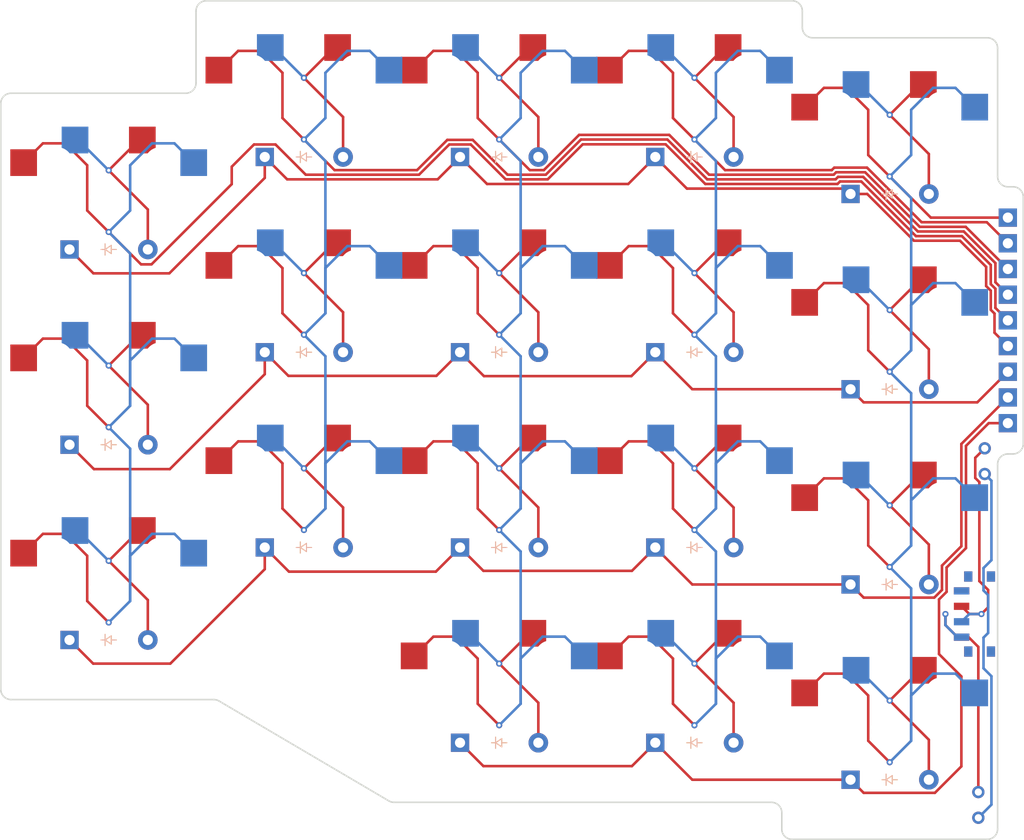
<source format=kicad_pcb>
(kicad_pcb (version 20221018) (generator pcbnew)
  (title_block (title "pcb") (rev "v1.0.0") (company "Unknown"))
  (layers (0 "F.Cu" signal) (31 "B.Cu" signal) (34 "B.Paste" user) (35 "F.Paste" user) (36 "B.SilkS" user "B.Silkscreen") (37 "F.SilkS" user "F.Silkscreen") (38 "B.Mask" user) (39 "F.Mask" user) (44 "Edge.Cuts" user))
  (net 0 "")
  (net 1 "inner_col_pinky")
  (net 2 "col_pinky")
  (net 3 "home_col_pinky")
  (net 4 "outer_col_pinky")
  (net 5 "inner_col_ring")
  (net 6 "col_ring")
  (net 7 "home_col_ring")
  (net 8 "outer_col_ring")
  (net 9 "thumb_col_middle")
  (net 10 "col_middle")
  (net 11 "inner_col_middle")
  (net 12 "home_col_middle")
  (net 13 "outer_col_middle")
  (net 14 "thumb_col_index")
  (net 15 "col_index")
  (net 16 "inner_col_index")
  (net 17 "home_col_index")
  (net 18 "outer_col_index")
  (net 19 "thumb_col_far")
  (net 20 "col_far")
  (net 21 "inner_col_far")
  (net 22 "home_col_far")
  (net 23 "outer_col_far")
  (net 24 "row_inner")
  (net 25 "row_home")
  (net 26 "row_outer")
  (net 27 "row_thumb")
  (net 28 "POS")
  (net 29 "RAW")
  (net 30 "GND")
  (footprint "lib:bat" (layer "F.Cu") (at 84.625 3.1)
    (fp_text reference "")
    (fp_text value "")
  )
  (footprint "PG1350" (layer "F.Cu") (at 76 -24.4)
    (fp_text reference "S16" hide)
    (fp_text value "" hide)
  )
  (footprint "THT" (layer "F.Cu") (at 87.5 -42.9)
    (fp_text reference "REF**" hide)
    (fp_text value "VIA-0.6mm" hide)
  )
  (footprint "PG1350" (layer "F.Cu") (at 0 -38)
    (fp_text reference "S2" hide)
    (fp_text value "" hide)
  )
  (footprint "PG1350" (layer "F.Cu") (at 57 -9)
    (fp_text reference "S11" hide)
    (fp_text value "" hide)
  )
  (footprint "ComboDiode" (layer "F.Cu") (at 19 -42.3)
    (fp_text reference "D5" hide)
    (fp_text value "" hide)
  )
  (footprint "VIA-0.6mm" (layer "F.Cu") (at 0 -22)
    (fp_text reference "REF**" hide)
    (fp_text value "VIA-0.6mm" hide)
  )
  (footprint "PG1350" (layer "F.Cu") (at 57 -28)
    (fp_text reference "S12" hide)
    (fp_text value "" hide)
  )
  (footprint "VIA-0.6mm" (layer "F.Cu") (at 0 -35)
    (fp_text reference "REF**" hide)
    (fp_text value "VIA-0.6mm" hide)
  )
  (footprint "VIA-0.6mm" (layer "F.Cu") (at 19 -50)
    (fp_text reference "REF**" hide)
    (fp_text value "VIA-0.6mm" hide)
  )
  (footprint "PG1350" (layer "F.Cu") (at 19 -28)
    (fp_text reference "S4" hide)
    (fp_text value "" hide)
  )
  (footprint "PG1350" (layer "F.Cu") (at 76 -43.4)
    (fp_text reference "S17" hide)
    (fp_text value "" hide)
  )
  (footprint "ComboDiode" (layer "F.Cu") (at 38 -4.3)
    (fp_text reference "D7" hide)
    (fp_text value "" hide)
  )
  (footprint "VIA-0.6mm" (layer "F.Cu") (at 38 -69)
    (fp_text reference "REF**" hide)
    (fp_text value "VIA-0.6mm" hide)
  )
  (footprint "THT" (layer "F.Cu") (at 87.5 -50.4)
    (fp_text reference "REF**" hide)
    (fp_text value "VIA-0.6mm" hide)
  )
  (footprint "ComboDiode" (layer "F.Cu") (at 38 -61.3)
    (fp_text reference "D10" hide)
    (fp_text value "" hide)
  )
  (footprint "VIA-0.6mm" (layer "F.Cu") (at 19 -25)
    (fp_text reference "REF**" hide)
    (fp_text value "VIA-0.6mm" hide)
  )
  (footprint "VIA-0.6mm" (layer "F.Cu") (at 57 -12)
    (fp_text reference "REF**" hide)
    (fp_text value "VIA-0.6mm" hide)
  )
  (footprint "VIA-0.6mm" (layer "F.Cu") (at 38 -31)
    (fp_text reference "REF**" hide)
    (fp_text value "VIA-0.6mm" hide)
  )
  (footprint "VIA-0.6mm" (layer "F.Cu") (at 76 -46.4)
    (fp_text reference "REF**" hide)
    (fp_text value "VIA-0.6mm" hide)
  )
  (footprint "PG1350" (layer "F.Cu") (at 57 -66)
    (fp_text reference "S14" hide)
    (fp_text value "" hide)
  )
  (footprint "ComboDiode" (layer "F.Cu") (at 0 -52.3)
    (fp_text reference "D3" hide)
    (fp_text value "" hide)
  )
  (footprint "VIA-0.6mm" (layer "F.Cu") (at 19 -63)
    (fp_text reference "REF**" hide)
    (fp_text value "VIA-0.6mm" hide)
  )
  (footprint "VIA-0.6mm" (layer "F.Cu") (at 19 -69)
    (fp_text reference "REF**" hide)
    (fp_text value "VIA-0.6mm" hide)
  )
  (footprint "ComboDiode" (layer "F.Cu") (at 38 -42.3)
    (fp_text reference "D9" hide)
    (fp_text value "" hide)
  )
  (footprint "VIA-0.6mm" (layer "F.Cu") (at 19 -44)
    (fp_text reference "REF**" hide)
    (fp_text value "VIA-0.6mm" hide)
  )
  (footprint "ComboDiode" (layer "F.Cu") (at 76 -57.7)
    (fp_text reference "D18" hide)
    (fp_text value "" hide)
  )
  (footprint "ComboDiode" (layer "F.Cu") (at 38 -23.3)
    (fp_text reference "D8" hide)
    (fp_text value "" hide)
  )
  (footprint "ComboDiode" (layer "F.Cu") (at 57 -42.3)
    (fp_text reference "D13" hide)
    (fp_text value "" hide)
  )
  (footprint "VIA-0.6mm" (layer "F.Cu") (at 57 -69)
    (fp_text reference "REF**" hide)
    (fp_text value "VIA-0.6mm" hide)
  )
  (footprint "VIA-0.6mm" (layer "F.Cu") (at 0 -16)
    (fp_text reference "REF**" hide)
    (fp_text value "VIA-0.6mm" hide)
  )
  (footprint "PG1350" (layer "F.Cu") (at 38 -28)
    (fp_text reference "S8" hide)
    (fp_text value "" hide)
  )
  (footprint "THT" (layer "F.Cu") (at 87.5 -52.9)
    (fp_text reference "REF**" hide)
    (fp_text value "VIA-0.6mm" hide)
  )
  (footprint "VIA-0.6mm" (layer "F.Cu") (at 76 -59.4)
    (fp_text reference "REF**" hide)
    (fp_text value "VIA-0.6mm" hide)
  )
  (footprint "THT" (layer "F.Cu") (at 87.5 -35.4)
    (fp_text reference "REF**" hide)
    (fp_text value "VIA-0.6mm" hide)
  )
  (footprint "PG1350" (layer "F.Cu") (at 19 -47)
    (fp_text reference "S5" hide)
    (fp_text value "" hide)
  )
  (footprint "VIA-0.6mm" (layer "F.Cu") (at 76 -8.4)
    (fp_text reference "REF**" hide)
    (fp_text value "VIA-0.6mm" hide)
  )
  (footprint "PG1350" (layer "F.Cu") (at 38 -66)
    (fp_text reference "S10" hide)
    (fp_text value "" hide)
  )
  (footprint "THT" (layer "F.Cu") (at 87.5 -45.4)
    (fp_text reference "REF**" hide)
    (fp_text value "VIA-0.6mm" hide)
  )
  (footprint "PG1350" (layer "F.Cu") (at 0 -19)
    (fp_text reference "S1" hide)
    (fp_text value "" hide)
  )
  (footprint "VIA-0.6mm" (layer "F.Cu") (at 0 -54)
    (fp_text reference "REF**" hide)
    (fp_text value "VIA-0.6mm" hide)
  )
  (footprint "VIA-0.6mm" (layer "F.Cu") (at 38 -50)
    (fp_text reference "REF**" hide)
    (fp_text value "VIA-0.6mm" hide)
  )
  (footprint "VIA-0.6mm" (layer "F.Cu") (at 76 -40.4)
    (fp_text reference "REF**" hide)
    (fp_text value "VIA-0.6mm" hide)
  )
  (footprint "VIA-0.6mm" (layer "F.Cu") (at 76 -21.4)
    (fp_text reference "REF**" hide)
    (fp_text value "VIA-0.6mm" hide)
  )
  (footprint "THT" (layer "F.Cu") (at 87.5 -37.9)
    (fp_text reference "REF**" hide)
    (fp_text value "VIA-0.6mm" hide)
  )
  (footprint "THT" (layer "F.Cu") (at 87.5 -47.9)
    (fp_text reference "REF**" hide)
    (fp_text value "VIA-0.6mm" hide)
  )
  (footprint "VIA-0.6mm" (layer "F.Cu") (at 38 -25)
    (fp_text reference "REF**" hide)
    (fp_text value "VIA-0.6mm" hide)
  )
  (footprint "VIA-0.6mm" (layer "F.Cu") (at 57 -6)
    (fp_text reference "REF**" hide)
    (fp_text value "VIA-0.6mm" hide)
  )
  (footprint "VIA-0.6mm" (layer "F.Cu") (at 0 -60)
    (fp_text reference "REF**" hide)
    (fp_text value "VIA-0.6mm" hide)
  )
  (footprint "VIA-0.6mm" (layer "F.Cu") (at 38 -6)
    (fp_text reference "REF**" hide)
    (fp_text value "VIA-0.6mm" hide)
  )
  (footprint "VIA-0.6mm" (layer "F.Cu") (at 38 -63)
    (fp_text reference "REF**" hide)
    (fp_text value "VIA-0.6mm" hide)
  )
  (footprint "THT" (layer "F.Cu") (at 87.5 -40.4)
    (fp_text reference "REF**" hide)
    (fp_text value "VIA-0.6mm" hide)
  )
  (footprint "PG1350" (layer "F.Cu") (at 57 -47)
    (fp_text reference "S13" hide)
    (fp_text value "" hide)
  )
  (footprint "PG1350" (layer "F.Cu") (at 76 -62.4)
    (fp_text reference "S18" hide)
    (fp_text value "" hide)
  )
  (footprint "VIA-0.6mm" (layer "F.Cu") (at 76 -2.4)
    (fp_text reference "REF**" hide)
    (fp_text value "VIA-0.6mm" hide)
  )
  (footprint "ComboDiode" (layer "F.Cu") (at 57 -61.3)
    (fp_text reference "D14" hide)
    (fp_text value "" hide)
  )
  (footprint "VIA-0.6mm" (layer "F.Cu") (at 76 -65.4)
    (fp_text reference "REF**" hide)
    (fp_text value "VIA-0.6mm" hide)
  )
  (footprint "PG1350" (layer "F.Cu") (at 38 -47)
    (fp_text reference "S9" hide)
    (fp_text value "" hide)
  )
  (footprint "VIA-0.6mm" (layer "F.Cu") (at 76 -27.4)
    (fp_text reference "REF**" hide)
    (fp_text value "VIA-0.6mm" hide)
  )
  (footprint "PG1350" (layer "F.Cu") (at 76 -5.4)
    (fp_text reference "S15" hide)
    (fp_text value "" hide)
  )
  (footprint "VIA-0.6mm" (layer "F.Cu") (at 38 -44)
    (fp_text reference "REF**" hide)
    (fp_text value "VIA-0.6mm" hide)
  )
  (footprint "ComboDiode" (layer "F.Cu") (at 76 -19.7)
    (fp_text reference "D16" hide)
    (fp_text value "" hide)
  )
  (footprint "ComboDiode" (layer "F.Cu") (at 19 -23.3)
    (fp_text reference "D4" hide)
    (fp_text value "" hide)
  )
  (footprint "PG1350" (layer "F.Cu") (at 19 -66)
    (fp_text reference "S6" hide)
    (fp_text value "" hide)
  )
  (footprint "THT" (layer "F.Cu") (at 87.5 -55.4)
    (fp_text reference "REF**" hide)
    (fp_text value "VIA-0.6mm" hide)
  )
  (footprint "ComboDiode" (layer "F.Cu") (at 57 -23.3)
    (fp_text reference "D12" hide)
    (fp_text value "" hide)
  )
  (footprint "VIA-0.6mm" (layer "F.Cu") (at 19 -31)
    (fp_text reference "REF**" hide)
    (fp_text value "VIA-0.6mm" hide)
  )
  (footprint "ComboDiode" (layer "F.Cu") (at 76 -0.7)
    (fp_text reference "D15" hide)
    (fp_text value "" hide)
  )
  (footprint "VIA-0.6mm" (layer "F.Cu") (at 38 -12)
    (fp_text reference "REF**" hide)
    (fp_text value "VIA-0.6mm" hide)
  )
  (footprint "ComboDiode" (layer "F.Cu") (at 76 -38.7)
    (fp_text reference "D17" hide)
    (fp_text value "" hide)
  )
  (footprint "ComboDiode" (layer "F.Cu") (at 0 -33.3)
    (fp_text reference "D2" hide)
    (fp_text value "" hide)
  )
  (footprint "Button_Switch_SMD:SW_SPDT_PCM12" (layer "F.Cu") (at 84.425 -16.825 90)
    (fp_text reference "")
    (fp_text value "")
  )
  (footprint "VIA-0.6mm" (layer "F.Cu") (at 57 -44)
    (fp_text reference "REF**" hide)
    (fp_text value "VIA-0.6mm" hide)
  )
  (footprint "PG1350" (layer "F.Cu") (at 0 -57)
    (fp_text reference "S3" hide)
    (fp_text value "" hide)
  )
  (footprint "lib:bat" (layer "F.Cu") (at 85.25 -30.925)
    (fp_text reference "")
    (fp_text value "")
  )
  (footprint "VIA-0.6mm" (layer "F.Cu") (at 57 -25)
    (fp_text reference "REF**" hide)
    (fp_text value "VIA-0.6mm" hide)
  )
  (footprint "VIA-0.6mm" (layer "F.Cu") (at 57 -63)
    (fp_text reference "REF**" hide)
    (fp_text value "VIA-0.6mm" hide)
  )
  (footprint "VIA-0.6mm" (layer "F.Cu") (at 57 -50)
    (fp_text reference "REF**" hide)
    (fp_text value "VIA-0.6mm" hide)
  )
  (footprint "VIA-0.6mm" (layer "F.Cu") (at 0 -41)
    (fp_text reference "REF**" hide)
    (fp_text value "VIA-0.6mm" hide)
  )
  (footprint "VIA-0.6mm" (layer "F.Cu") (at 57 -31)
    (fp_text reference "REF**" hide)
    (fp_text value "VIA-0.6mm" hide)
  )
  (footprint "ComboDiode" (layer "F.Cu") (at 57 -4.3)
    (fp_text reference "D11" hide)
    (fp_text value "" hide)
  )
  (footprint "PG1350" (layer "F.Cu") (at 38 -9)
    (fp_text reference "S7" hide)
    (fp_text value "" hide)
  )
  (footprint "ComboDiode" (layer "F.Cu") (at 19 -61.3)
    (fp_text reference "D6" hide)
    (fp_text value "" hide)
  )
  (footprint "ComboDiode" (layer "F.Cu") (at 0 -14.3)
    (fp_text reference "D1" hide)
    (fp_text value "" hide)
  )
  (gr_arc (start 27.772308 1.5) (mid 27.509567 1.464866) (end 27.265288 1.361934) (stroke (width 0.15)) (layer "Edge.Cuts"))
  (gr_line (start 67.5 -75.5) (end 67.5 -73.9) (stroke (width 0.15)) (layer "Edge.Cuts"))
  (gr_line (start 66.5 5.1) (end 85.5 5.1) (stroke (width 0.15)) (layer "Edge.Cuts"))
  (gr_arc (start 87.5 -58.4) (mid 86.792893 -58.692893) (end 86.5 -59.4) (stroke (width 0.15)) (layer "Edge.Cuts"))
  (gr_line (start 87.5 -58.4) (end 88 -58.4) (stroke (width 0.15)) (layer "Edge.Cuts"))
  (gr_line (start 68.5 -72.9) (end 85.5 -72.9) (stroke (width 0.15)) (layer "Edge.Cuts"))
  (gr_arc (start 85.5 -72.9) (mid 86.207107 -72.607107) (end 86.5 -71.9) (stroke (width 0.15)) (layer "Edge.Cuts"))
  (gr_line (start -10.5 -9.5) (end -10.5 -66.5) (stroke (width 0.15)) (layer "Edge.Cuts"))
  (gr_arc (start 68.5 -72.9) (mid 67.792893 -73.192893) (end 67.5 -73.9) (stroke (width 0.15)) (layer "Edge.Cuts"))
  (gr_line (start 65.5 4.1) (end 65.5 2.5) (stroke (width 0.15)) (layer "Edge.Cuts"))
  (gr_arc (start 86.5 4.1) (mid 86.207107 4.807107) (end 85.5 5.1) (stroke (width 0.15)) (layer "Edge.Cuts"))
  (gr_line (start 89 -57.4) (end 89 -33.4) (stroke (width 0.15)) (layer "Edge.Cuts"))
  (gr_arc (start 10.227692 -8.5) (mid 10.490433 -8.464866) (end 10.734712 -8.361934) (stroke (width 0.15)) (layer "Edge.Cuts"))
  (gr_arc (start 66.5 -76.5) (mid 67.207107 -76.207107) (end 67.5 -75.5) (stroke (width 0.15)) (layer "Edge.Cuts"))
  (gr_line (start 88 -32.4) (end 87.5 -32.4) (stroke (width 0.15)) (layer "Edge.Cuts"))
  (gr_line (start 86.5 -59.4) (end 86.5 -71.9) (stroke (width 0.15)) (layer "Edge.Cuts"))
  (gr_arc (start 88 -58.4) (mid 88.707107 -58.107107) (end 89 -57.4) (stroke (width 0.15)) (layer "Edge.Cuts"))
  (gr_arc (start -9.5 -8.5) (mid -10.207107 -8.792893) (end -10.5 -9.5) (stroke (width 0.15)) (layer "Edge.Cuts"))
  (gr_line (start 27.265288 1.361934) (end 10.734712 -8.361934) (stroke (width 0.15)) (layer "Edge.Cuts"))
  (gr_line (start -9.5 -67.5) (end 7.5 -67.5) (stroke (width 0.15)) (layer "Edge.Cuts"))
  (gr_line (start 27.772308 1.5) (end 64.5 1.5) (stroke (width 0.15)) (layer "Edge.Cuts"))
  (gr_arc (start 86.5 -31.4) (mid 86.792893 -32.107107) (end 87.5 -32.4) (stroke (width 0.15)) (layer "Edge.Cuts"))
  (gr_line (start -9.5 -8.5) (end 10.227692 -8.5) (stroke (width 0.15)) (layer "Edge.Cuts"))
  (gr_line (start 86.5 4.1) (end 86.5 -31.4) (stroke (width 0.15)) (layer "Edge.Cuts"))
  (gr_arc (start 8.5 -68.5) (mid 8.207107 -67.792893) (end 7.5 -67.5) (stroke (width 0.15)) (layer "Edge.Cuts"))
  (gr_arc (start 89 -33.4) (mid 88.707107 -32.692893) (end 88 -32.4) (stroke (width 0.15)) (layer "Edge.Cuts"))
  (gr_line (start 9.5 -76.5) (end 66.5 -76.5) (stroke (width 0.15)) (layer "Edge.Cuts"))
  (gr_arc (start 64.5 1.5) (mid 65.207107 1.792893) (end 65.5 2.5) (stroke (width 0.15)) (layer "Edge.Cuts"))
  (gr_arc (start -10.5 -66.5) (mid -10.207107 -67.207107) (end -9.5 -67.5) (stroke (width 0.15)) (layer "Edge.Cuts"))
  (gr_arc (start 8.5 -75.5) (mid 8.792893 -76.207107) (end 9.5 -76.5) (stroke (width 0.15)) (layer "Edge.Cuts"))
  (gr_line (start 8.5 -68.5) (end 8.5 -75.5) (stroke (width 0.15)) (layer "Edge.Cuts"))
  (gr_arc (start 66.5 5.1) (mid 65.792893 4.807107) (end 65.5 4.1) (stroke (width 0.15)) (layer "Edge.Cuts"))
  (segment (start 3.275 -24.95) (end 2.95 -24.95) (width 0.25) (layer "F.Cu") (net 1))
  (segment (start 3.81 -18.19) (end 3.81 -14.3) (width 0.25) (layer "F.Cu") (net 1))
  (segment (start 2.95 -24.95) (end 0 -22) (width 0.25) (layer "F.Cu") (net 1))
  (segment (start 0 -22) (end 3.81 -18.19) (width 0.25) (layer "F.Cu") (net 1))
  (segment (start -3.275 -24.95) (end -2.95 -24.95) (width 0.25) (layer "B.Cu") (net 1))
  (segment (start -2.95 -24.95) (end 0 -22) (width 0.25) (layer "B.Cu") (net 1))
  (segment (start 58.0565 -58.6725) (end 54.197198 -62.531802) (width 0.25) (layer "F.Cu") (net 2))
  (segment (start 85.836 -48.927604) (end 85.836 -50.791208) (width 0.25) (layer "F.Cu") (net 2))
  (segment (start 85.836 -50.791208) (end 83.027208 -53.6) (width 0.25) (layer "F.Cu") (net 2))
  (segment (start -8.275 -22.75) (end -6.4 -24.625) (width 0.25) (layer "F.Cu") (net 2))
  (segment (start -2.0895 -37.0895) (end 0 -35) (width 0.25) (layer "F.Cu") (net 2))
  (segment (start -4.22335 -24.625) (end -2.0895 -22.49115) (width 0.25) (layer "F.Cu") (net 2))
  (segment (start 4.166658 -50.85) (end 3.15 -50.85) (width 0.25) (layer "F.Cu") (net 2))
  (segment (start 38.6275 -59.1225) (end 35.236 -62.514) (width 0.25) (layer "F.Cu") (net 2))
  (segment (start 46.129594 -62.531802) (end 42.720292 -59.1225) (width 0.25) (layer "F.Cu") (net 2))
  (segment (start 3.15 -50.85) (end 0 -54) (width 0.25) (layer "F.Cu") (net 2))
  (segment (start 86.286 -46.614) (end 86.286 -48.477604) (width 0.25) (layer "F.Cu") (net 2))
  (segment (start 78.55 -53.6) (end 73.236 -58.914) (width 0.25) (layer "F.Cu") (net 2))
  (segment (start -4.22335 -43.625) (end -2.0895 -41.49115) (width 0.25) (layer "F.Cu") (net 2))
  (segment (start 30.1975 -59.5725) (end 19.1775 -59.5725) (width 0.25) (layer "F.Cu") (net 2))
  (segment (start 11.975 -58.658342) (end 4.166658 -50.85) (width 0.25) (layer "F.Cu") (net 2))
  (segment (start 16.236 -62.514) (end 14.139 -62.514) (width 0.25) (layer "F.Cu") (net 2))
  (segment (start 83.027208 -53.6) (end 78.55 -53.6) (width 0.25) (layer "F.Cu") (net 2))
  (segment (start -6.4 -62.625) (end -4.22335 -62.625) (width 0.25) (layer "F.Cu") (net 2))
  (segment (start 73.236 -58.914) (end 71.164 -58.914) (width 0.25) (layer "F.Cu") (net 2))
  (segment (start 11.975 -60.35) (end 11.975 -58.658342) (width 0.25) (layer "F.Cu") (net 2))
  (segment (start -6.4 -24.625) (end -4.22335 -24.625) (width 0.25) (layer "F.Cu") (net 2))
  (segment (start -2.0895 -41.49115) (end -2.0895 -37.0895) (width 0.25) (layer "F.Cu") (net 2))
  (segment (start 33.139 -62.514) (end 30.1975 -59.5725) (width 0.25) (layer "F.Cu") (net 2))
  (segment (start -8.275 -60.75) (end -6.4 -62.625) (width 0.25) (layer "F.Cu") (net 2))
  (segment (start 14.139 -62.514) (end 11.975 -60.35) (width 0.25) (layer "F.Cu") (net 2))
  (segment (start -2.0895 -60.49115) (end -2.0895 -56.0895) (width 0.25) (layer "F.Cu") (net 2))
  (segment (start 70.9225 -58.6725) (end 58.0565 -58.6725) (width 0.25) (layer "F.Cu") (net 2))
  (segment (start -2.0895 -18.0895) (end 0 -16) (width 0.25) (layer "F.Cu") (net 2))
  (segment (start 71.164 -58.914) (end 70.9225 -58.6725) (width 0.25) (layer "F.Cu") (net 2))
  (segment (start -4.22335 -62.625) (end -2.0895 -60.49115) (width 0.25) (layer "F.Cu") (net 2))
  (segment (start -2.0895 -22.49115) (end -2.0895 -18.0895) (width 0.25) (layer "F.Cu") (net 2))
  (segment (start 87.5 -45.4) (end 86.286 -46.614) (width 0.25) (layer "F.Cu") (net 2))
  (segment (start -6.4 -43.625) (end -4.22335 -43.625) (width 0.25) (layer "F.Cu") (net 2))
  (segment (start -8.275 -41.75) (end -6.4 -43.625) (width 0.25) (layer "F.Cu") (net 2))
  (segment (start 54.197198 -62.531802) (end 46.129594 -62.531802) (width 0.25) (layer "F.Cu") (net 2))
  (segment (start 86.286 -48.477604) (end 85.836 -48.927604) (width 0.25) (layer "F.Cu") (net 2))
  (segment (start 19.1775 -59.5725) (end 16.236 -62.514) (width 0.25) (layer "F.Cu") (net 2))
  (segment (start 42.720292 -59.1225) (end 38.6275 -59.1225) (width 0.25) (layer "F.Cu") (net 2))
  (segment (start -2.0895 -56.0895) (end 0 -54) (width 0.25) (layer "F.Cu") (net 2))
  (segment (start 35.236 -62.514) (end 33.139 -62.514) (width 0.25) (layer "F.Cu") (net 2))
  (segment (start 4.22335 -24.625) (end 2.0895 -22.49115) (width 0.25) (layer "B.Cu") (net 2))
  (segment (start 2.0895 -37.0895) (end 2.0895 -51.9105) (width 0.25) (layer "B.Cu") (net 2))
  (segment (start 2.0895 -18.0895) (end 2.0895 -32.9105) (width 0.25) (layer "B.Cu") (net 2))
  (segment (start 4.22335 -43.625) (end 2.0895 -41.49115) (width 0.25) (layer "B.Cu") (net 2))
  (segment (start 2.0895 -22.49115) (end 2.0895 -18.0895) (width 0.25) (layer "B.Cu") (net 2))
  (segment (start 6.4 -24.625) (end 4.22335 -24.625) (width 0.25) (layer "B.Cu") (net 2))
  (segment (start 2.0895 -56.0895) (end 0 -54) (width 0.25) (layer "B.Cu") (net 2))
  (segment (start 4.22335 -62.625) (end 2.0895 -60.49115) (width 0.25) (layer "B.Cu") (net 2))
  (segment (start 6.4 -62.625) (end 4.22335 -62.625) (width 0.25) (layer "B.Cu") (net 2))
  (segment (start 8.275 -22.75) (end 6.4 -24.625) (width 0.25) (layer "B.Cu") (net 2))
  (segment (start 2.0895 -60.49115) (end 2.0895 -56.0895) (width 0.25) (layer "B.Cu") (net 2))
  (segment (start 2.0895 -41.49115) (end 2.0895 -37.0895) (width 0.25) (layer "B.Cu") (net 2))
  (segment (start 0 -35) (end 2.0895 -37.0895) (width 0.25) (layer "B.Cu") (net 2))
  (segment (start 6.4 -43.625) (end 4.22335 -43.625) (width 0.25) (layer "B.Cu") (net 2))
  (segment (start 2.0895 -32.9105) (end 0 -35) (width 0.25) (layer "B.Cu") (net 2))
  (segment (start 2.0895 -51.9105) (end 0 -54) (width 0.25) (layer "B.Cu") (net 2))
  (segment (start 8.275 -60.75) (end 6.4 -62.625) (width 0.25) (layer "B.Cu") (net 2))
  (segment (start 8.275 -41.75) (end 6.4 -43.625) (width 0.25) (layer "B.Cu") (net 2))
  (segment (start 0 -16) (end 2.0895 -18.0895) (width 0.25) (layer "B.Cu") (net 2))
  (segment (start 3.275 -43.95) (end 2.95 -43.95) (width 0.25) (layer "F.Cu") (net 3))
  (segment (start 2.95 -43.95) (end 0 -41) (width 0.25) (layer "F.Cu") (net 3))
  (segment (start 3.81 -37.19) (end 3.81 -33.3) (width 0.25) (layer "F.Cu") (net 3))
  (segment (start 0 -41) (end 3.81 -37.19) (width 0.25) (layer "F.Cu") (net 3))
  (segment (start -2.95 -43.95) (end 0 -41) (width 0.25) (layer "B.Cu") (net 3))
  (segment (start -3.275 -43.95) (end -2.95 -43.95) (width 0.25) (layer "B.Cu") (net 3))
  (segment (start 3.81 -56.19) (end 3.81 -52.3) (width 0.25) (layer "F.Cu") (net 4))
  (segment (start 2.95 -62.95) (end 0 -60) (width 0.25) (layer "F.Cu") (net 4))
  (segment (start 3.275 -62.95) (end 2.95 -62.95) (width 0.25) (layer "F.Cu") (net 4))
  (segment (start 0 -60) (end 3.81 -56.19) (width 0.25) (layer "F.Cu") (net 4))
  (segment (start -3.275 -62.95) (end -2.95 -62.95) (width 0.25) (layer "B.Cu") (net 4))
  (segment (start -2.95 -62.95) (end 0 -60) (width 0.25) (layer "B.Cu") (net 4))
  (segment (start 22.81 -27.19) (end 22.81 -23.3) (width 0.25) (layer "F.Cu") (net 5))
  (segment (start 19 -31) (end 22.81 -27.19) (width 0.25) (layer "F.Cu") (net 5))
  (segment (start 21.95 -33.95) (end 19 -31) (width 0.25) (layer "F.Cu") (net 5))
  (segment (start 22.275 -33.95) (end 21.95 -33.95) (width 0.25) (layer "F.Cu") (net 5))
  (segment (start 15.725 -33.95) (end 16.05 -33.95) (width 0.25) (layer "B.Cu") (net 5))
  (segment (start 16.05 -33.95) (end 19 -31) (width 0.25) (layer "B.Cu") (net 5))
  (segment (start 16.9105 -50.49115) (end 16.9105 -46.0895) (width 0.25) (layer "F.Cu") (net 6))
  (segment (start 16.9105 -31.49115) (end 16.9105 -27.0895) (width 0.25) (layer "F.Cu") (net 6))
  (segment (start 83.213604 -54.05) (end 78.736396 -54.05) (width 0.25) (layer "F.Cu") (net 6))
  (segment (start 14.77665 -71.625) (end 16.9105 -69.49115) (width 0.25) (layer "F.Cu") (net 6))
  (segment (start 35.422396 -62.964) (end 32.952604 -62.964) (width 0.25) (layer "F.Cu") (net 6))
  (segment (start 30.011104 -60.0225) (end 21.9775 -60.0225) (width 0.25) (layer "F.Cu") (net 6))
  (segment (start 14.77665 -33.625) (end 16.9105 -31.49115) (width 0.25) (layer "F.Cu") (net 6))
  (segment (start 73.422396 -59.364) (end 70.977604 -59.364) (width 0.25) (layer "F.Cu") (net 6))
  (segment (start 16.9105 -27.0895) (end 19 -25) (width 0.25) (layer "F.Cu") (net 6))
  (segment (start 87.5 -47.9) (end 86.286 -49.114) (width 0.25) (layer "F.Cu") (net 6))
  (segment (start 58.242896 -59.1225) (end 54.365396 -63) (width 0.25) (layer "F.Cu") (net 6))
  (segment (start 10.725 -50.75) (end 12.6 -52.625) (width 0.25) (layer "F.Cu") (net 6))
  (segment (start 10.725 -31.75) (end 12.6 -33.625) (width 0.25) (layer "F.Cu") (net 6))
  (segment (start 78.736396 -54.05) (end 73.422396 -59.364) (width 0.25) (layer "F.Cu") (net 6))
  (segment (start 16.9105 -69.49115) (end 16.9105 -65.0895) (width 0.25) (layer "F.Cu") (net 6))
  (segment (start 16.9105 -46.0895) (end 19 -44) (width 0.25) (layer "F.Cu") (net 6))
  (segment (start 16.9105 -65.0895) (end 19 -63) (width 0.25) (layer "F.Cu") (net 6))
  (segment (start 12.6 -33.625) (end 14.77665 -33.625) (width 0.25) (layer "F.Cu") (net 6))
  (segment (start 32.952604 -62.964) (end 30.011104 -60.0225) (width 0.25) (layer "F.Cu") (net 6))
  (segment (start 70.736104 -59.1225) (end 58.242896 -59.1225) (width 0.25) (layer "F.Cu") (net 6))
  (segment (start 86.286 -50.977604) (end 83.213604 -54.05) (width 0.25) (layer "F.Cu") (net 6))
  (segment (start 10.725 -69.75) (end 12.6 -71.625) (width 0.25) (layer "F.Cu") (net 6))
  (segment (start 70.977604 -59.364) (end 70.736104 -59.1225) (width 0.25) (layer "F.Cu") (net 6))
  (segment (start 14.77665 -52.625) (end 16.9105 -50.49115) (width 0.25) (layer "F.Cu") (net 6))
  (segment (start 45.961396 -63) (end 42.533896 -59.5725) (width 0.25) (layer "F.Cu") (net 6))
  (segment (start 21.9775 -60.0225) (end 19 -63) (width 0.25) (layer "F.Cu") (net 6))
  (segment (start 42.533896 -59.5725) (end 38.813896 -59.5725) (width 0.25) (layer "F.Cu") (net 6))
  (segment (start 12.6 -52.625) (end 14.77665 -52.625) (width 0.25) (layer "F.Cu") (net 6))
  (segment (start 54.365396 -63) (end 45.961396 -63) (width 0.25) (layer "F.Cu") (net 6))
  (segment (start 86.286 -49.114) (end 86.286 -50.977604) (width 0.25) (layer "F.Cu") (net 6))
  (segment (start 12.6 -71.625) (end 14.77665 -71.625) (width 0.25) (layer "F.Cu") (net 6))
  (segment (start 38.813896 -59.5725) (end 35.422396 -62.964) (width 0.25) (layer "F.Cu") (net 6))
  (segment (start 27.275 -69.75) (end 25.4 -71.625) (width 0.25) (layer "B.Cu") (net 6))
  (segment (start 21.0895 -31.49115) (end 21.0895 -27.0895) (width 0.25) (layer "B.Cu") (net 6))
  (segment (start 21.0895 -46.0895) (end 21.0895 -60.9105) (width 0.25) (layer "B.Cu") (net 6))
  (segment (start 23.22335 -52.625) (end 21.0895 -50.49115) (width 0.25) (layer "B.Cu") (net 6))
  (segment (start 21.0895 -27.0895) (end 21.0895 -41.9105) (width 0.25) (layer "B.Cu") (net 6))
  (segment (start 21.0895 -50.49115) (end 21.0895 -46.0895) (width 0.25) (layer "B.Cu") (net 6))
  (segment (start 27.275 -50.75) (end 25.4 -52.625) (width 0.25) (layer "B.Cu") (net 6))
  (segment (start 25.4 -71.625) (end 23.22335 -71.625) (width 0.25) (layer "B.Cu") (net 6))
  (segment (start 21.0895 -65.0895) (end 19 -63) (width 0.25) (layer "B.Cu") (net 6))
  (segment (start 21.0895 -60.9105) (end 19 -63) (width 0.25) (layer "B.Cu") (net 6))
  (segment (start 23.22335 -71.625) (end 21.0895 -69.49115) (width 0.25) (layer "B.Cu") (net 6))
  (segment (start 21.0895 -41.9105) (end 19 -44) (width 0.25) (layer "B.Cu") (net 6))
  (segment (start 19 -25) (end 21.0895 -27.0895) (width 0.25) (layer "B.Cu") (net 6))
  (segment (start 19 -44) (end 21.0895 -46.0895) (width 0.25) (layer "B.Cu") (net 6))
  (segment (start 23.22335 -33.625) (end 21.0895 -31.49115) (width 0.25) (layer "B.Cu") (net 6))
  (segment (start 21.0895 -69.49115) (end 21.0895 -65.0895) (width 0.25) (layer "B.Cu") (net 6))
  (segment (start 25.4 -52.625) (end 23.22335 -52.625) (width 0.25) (layer "B.Cu") (net 6))
  (segment (start 27.275 -31.75) (end 25.4 -33.625) (width 0.25) (layer "B.Cu") (net 6))
  (segment (start 25.4 -33.625) (end 23.22335 -33.625) (width 0.25) (layer "B.Cu") (net 6))
  (segment (start 22.275 -52.95) (end 21.95 -52.95) (width 0.25) (layer "F.Cu") (net 7))
  (segment (start 22.81 -46.19) (end 22.81 -42.3) (width 0.25) (layer "F.Cu") (net 7))
  (segment (start 21.95 -52.95) (end 19 -50) (width 0.25) (layer "F.Cu") (net 7))
  (segment (start 19 -50) (end 22.81 -46.19) (width 0.25) (layer "F.Cu") (net 7))
  (segment (start 16.05 -52.95) (end 19 -50) (width 0.25) (layer "B.Cu") (net 7))
  (segment (start 15.725 -52.95) (end 16.05 -52.95) (width 0.25) (layer "B.Cu") (net 7))
  (segment (start 21.95 -71.95) (end 19 -69) (width 0.25) (layer "F.Cu") (net 8))
  (segment (start 19 -69) (end 22.81 -65.19) (width 0.25) (layer "F.Cu") (net 8))
  (segment (start 22.81 -65.19) (end 22.81 -61.3) (width 0.25) (layer "F.Cu") (net 8))
  (segment (start 22.275 -71.95) (end 21.95 -71.95) (width 0.25) (layer "F.Cu") (net 8))
  (segment (start 15.725 -71.95) (end 16.05 -71.95) (width 0.25) (layer "B.Cu") (net 8))
  (segment (start 16.05 -71.95) (end 19 -69) (width 0.25) (layer "B.Cu") (net 8))
  (segment (start 40.95 -14.95) (end 38 -12) (width 0.25) (layer "F.Cu") (net 9))
  (segment (start 41.81 -8.19) (end 41.81 -4.3) (width 0.25) (layer "F.Cu") (net 9))
  (segment (start 38 -12) (end 41.81 -8.19) (width 0.25) (layer "F.Cu") (net 9))
  (segment (start 41.275 -14.95) (end 40.95 -14.95) (width 0.25) (layer "F.Cu") (net 9))
  (segment (start 34.725 -14.95) (end 35.05 -14.95) (width 0.25) (layer "B.Cu") (net 9))
  (segment (start 35.05 -14.95) (end 38 -12) (width 0.25) (layer "B.Cu") (net 9))
  (segment (start 35.9105 -31.49115) (end 35.9105 -27.0895) (width 0.25) (layer "F.Cu") (net 10))
  (segment (start 29.725 -12.75) (end 31.6 -14.625) (width 0.25) (layer "F.Cu") (net 10))
  (segment (start 83.4 -54.5) (end 78.922792 -54.5) (width 0.25) (layer "F.Cu") (net 10))
  (segment (start 35.9105 -46.0895) (end 38 -44) (width 0.25) (layer "F.Cu") (net 10))
  (segment (start 40.9775 -60.0225) (end 38 -63) (width 0.25) (layer "F.Cu") (net 10))
  (segment (start 42.3475 -60.0225) (end 40.9775 -60.0225) (width 0.25) (layer "F.Cu") (net 10))
  (segment (start 45.775 -63.45) (end 42.3475 -60.0225) (width 0.25) (layer "F.Cu") (net 10))
  (segment (start 35.9105 -50.49115) (end 35.9105 -46.0895) (width 0.25) (layer "F.Cu") (net 10))
  (segment (start 35.9105 -65.0895) (end 38 -63) (width 0.25) (layer "F.Cu") (net 10))
  (segment (start 34.875 -13.52665) (end 34.875 -13.525) (width 0.25) (layer "F.Cu") (net 10))
  (segment (start 31.6 -52.625) (end 33.77665 -52.625) (width 0.25) (layer "F.Cu") (net 10))
  (segment (start 31.6 -14.625) (end 33.77665 -14.625) (width 0.25) (layer "F.Cu") (net 10))
  (segment (start 35.9105 -8.0895) (end 38 -6) (width 0.25) (layer "F.Cu") (net 10))
  (segment (start 54.551792 -63.45) (end 45.775 -63.45) (width 0.25) (layer "F.Cu") (net 10))
  (segment (start 35.9105 -69.49115) (end 35.9105 -65.0895) (width 0.25) (layer "F.Cu") (net 10))
  (segment (start 34.875 -13.525) (end 35.9105 -12.4895) (width 0.25) (layer "F.Cu") (net 10))
  (segment (start 31.6 -71.625) (end 33.77665 -71.625) (width 0.25) (layer "F.Cu") (net 10))
  (segment (start 33.77665 -71.625) (end 35.9105 -69.49115) (width 0.25) (layer "F.Cu") (net 10))
  (segment (start 35.9105 -12.4895) (end 35.9105 -8.0895) (width 0.25) (layer "F.Cu") (net 10))
  (segment (start 33.77665 -52.625) (end 35.9105 -50.49115) (width 0.25) (layer "F.Cu") (net 10))
  (segment (start 29.725 -50.75) (end 31.6 -52.625) (width 0.25) (layer "F.Cu") (net 10))
  (segment (start 31.6 -33.625) (end 33.77665 -33.625) (width 0.25) (layer "F.Cu") (net 10))
  (segment (start 33.77665 -14.625) (end 34.875 -13.52665) (width 0.25) (layer "F.Cu") (net 10))
  (segment (start 78.922792 -54.5) (end 73.608792 -59.814) (width 0.25) (layer "F.Cu") (net 10))
  (segment (start 70.549708 -59.5725) (end 58.429292 -59.5725) (width 0.25) (layer "F.Cu") (net 10))
  (segment (start 87.5 -50.4) (end 83.4 -54.5) (width 0.25) (layer "F.Cu") (net 10))
  (segment (start 33.77665 -33.625) (end 35.9105 -31.49115) (width 0.25) (layer "F.Cu") (net 10))
  (segment (start 29.725 -31.75) (end 31.6 -33.625) (width 0.25) (layer "F.Cu") (net 10))
  (segment (start 58.429292 -59.5725) (end 54.551792 -63.45) (width 0.25) (layer "F.Cu") (net 10))
  (segment (start 70.791208 -59.814) (end 70.549708 -59.5725) (width 0.25) (layer "F.Cu") (net 10))
  (segment (start 73.608792 -59.814) (end 70.791208 -59.814) (width 0.25) (layer "F.Cu") (net 10))
  (segment (start 35.9105 -27.0895) (end 38 -25) (width 0.25) (layer "F.Cu") (net 10))
  (segment (start 29.725 -69.75) (end 31.6 -71.625) (width 0.25) (layer "F.Cu") (net 10))
  (segment (start 38 -6) (end 40.0895 -8.0895) (width 0.25) (layer "B.Cu") (net 10))
  (segment (start 46.275 -12.75) (end 44.4 -14.625) (width 0.25) (layer "B.Cu") (net 10))
  (segment (start 44.4 -33.625) (end 42.22335 -33.625) (width 0.25) (layer "B.Cu") (net 10))
  (segment (start 40.0895 -31.49115) (end 40.0895 -27.0895) (width 0.25) (layer "B.Cu") (net 10))
  (segment (start 40.0895 -60.9105) (end 38 -63) (width 0.25) (layer "B.Cu") (net 10))
  (segment (start 40.0895 -12.49115) (end 40.0895 -8.0895) (width 0.25) (layer "B.Cu") (net 10))
  (segment (start 42.22335 -33.625) (end 40.0895 -31.49115) (width 0.25) (layer "B.Cu") (net 10))
  (segment (start 46.275 -31.75) (end 44.4 -33.625) (width 0.25) (layer "B.Cu") (net 10))
  (segment (start 40.0895 -8.0895) (end 40.0895 -22.9105) (width 0.25) (layer "B.Cu") (net 10))
  (segment (start 44.4 -14.625) (end 42.22335 -14.625) (width 0.25) (layer "B.Cu") (net 10))
  (segment (start 40.0895 -22.9105) (end 38 -25) (width 0.25) (layer "B.Cu") (net 10))
  (segment (start 42.22335 -52.625) (end 40.0895 -50.49115) (width 0.25) (layer "B.Cu") (net 10))
  (segment (start 40.0895 -46.0895) (end 40.0895 -60.9105) (width 0.25) (layer "B.Cu") (net 10))
  (segment (start 44.4 -52.625) (end 42.22335 -52.625) (width 0.25) (layer "B.Cu") (net 10))
  (segment (start 40.0895 -50.49115) (end 40.0895 -46.0895) (width 0.25) (layer "B.Cu") (net 10))
  (segment (start 40.0895 -65.0895) (end 38 -63) (width 0.25) (layer "B.Cu") (net 10))
  (segment (start 38 -44) (end 40.0895 -46.0895) (width 0.25) (layer "B.Cu") (net 10))
  (segment (start 42.22335 -14.625) (end 40.0895 -12.49115) (width 0.25) (layer "B.Cu") (net 10))
  (segment (start 40.0895 -69.49115) (end 40.0895 -65.0895) (width 0.25) (layer "B.Cu") (net 10))
  (segment (start 38 -25) (end 40.0895 -27.0895) (width 0.25) (layer "B.Cu") (net 10))
  (segment (start 40.0895 -41.9105) (end 38 -44) (width 0.25) (layer "B.Cu") (net 10))
  (segment (start 44.4 -71.625) (end 42.22335 -71.625) (width 0.25) (layer "B.Cu") (net 10))
  (segment (start 40.0895 -27.0895) (end 40.0895 -41.9105) (width 0.25) (layer "B.Cu") (net 10))
  (segment (start 46.275 -50.75) (end 44.4 -52.625) (width 0.25) (layer "B.Cu") (net 10))
  (segment (start 42.22335 -71.625) (end 40.0895 -69.49115) (width 0.25) (layer "B.Cu") (net 10))
  (segment (start 46.275 -69.75) (end 44.4 -71.625) (width 0.25) (layer "B.Cu") (net 10))
  (segment (start 38 -31) (end 41.81 -27.19) (width 0.25) (layer "F.Cu") (net 11))
  (segment (start 40.95 -33.95) (end 38 -31) (width 0.25) (layer "F.Cu") (net 11))
  (segment (start 41.81 -27.19) (end 41.81 -23.3) (width 0.25) (layer "F.Cu") (net 11))
  (segment (start 41.275 -33.95) (end 40.95 -33.95) (width 0.25) (layer "F.Cu") (net 11))
  (segment (start 34.725 -33.95) (end 35.05 -33.95) (width 0.25) (layer "B.Cu") (net 11))
  (segment (start 35.05 -33.95) (end 38 -31) (width 0.25) (layer "B.Cu") (net 11))
  (segment (start 38 -50) (end 41.81 -46.19) (width 0.25) (layer "F.Cu") (net 12))
  (segment (start 41.81 -46.19) (end 41.81 -42.3) (width 0.25) (layer "F.Cu") (net 12))
  (segment (start 41.275 -52.95) (end 40.95 -52.95) (width 0.25) (layer "F.Cu") (net 12))
  (segment (start 40.95 -52.95) (end 38 -50) (width 0.25) (layer "F.Cu") (net 12))
  (segment (start 35.05 -52.95) (end 38 -50) (width 0.25) (layer "B.Cu") (net 12))
  (segment (start 34.725 -52.95) (end 35.05 -52.95) (width 0.25) (layer "B.Cu") (net 12))
  (segment (start 41.81 -65.19) (end 41.81 -61.3) (width 0.25) (layer "F.Cu") (net 13))
  (segment (start 38 -69) (end 41.81 -65.19) (width 0.25) (layer "F.Cu") (net 13))
  (segment (start 41.275 -71.95) (end 40.95 -71.95) (width 0.25) (layer "F.Cu") (net 13))
  (segment (start 40.95 -71.95) (end 38 -69) (width 0.25) (layer "F.Cu") (net 13))
  (segment (start 35.05 -71.95) (end 38 -69) (width 0.25) (layer "B.Cu") (net 13))
  (segment (start 34.725 -71.95) (end 35.05 -71.95) (width 0.25) (layer "B.Cu") (net 13))
  (segment (start 57 -12) (end 60.81 -8.19) (width 0.25) (layer "F.Cu") (net 14))
  (segment (start 60.81 -8.19) (end 60.81 -4.3) (width 0.25) (layer "F.Cu") (net 14))
  (segment (start 60.275 -14.95) (end 59.95 -14.95) (width 0.25) (layer "F.Cu") (net 14))
  (segment (start 59.95 -14.95) (end 57 -12) (width 0.25) (layer "F.Cu") (net 14))
  (segment (start 53.725 -14.95) (end 54.05 -14.95) (width 0.25) (layer "B.Cu") (net 14))
  (segment (start 54.05 -14.95) (end 57 -12) (width 0.25) (layer "B.Cu") (net 14))
  (segment (start 52.77665 -14.625) (end 54.9105 -12.49115) (width 0.25) (layer "F.Cu") (net 15))
  (segment (start 85.45 -54.95) (end 79.109188 -54.95) (width 0.25) (layer "F.Cu") (net 15))
  (segment (start 70.363312 -60.0225) (end 59.9775 -60.0225) (width 0.25) (layer "F.Cu") (net 15))
  (segment (start 52.77665 -33.625) (end 54.9105 -31.49115) (width 0.25) (layer "F.Cu") (net 15))
  (segment (start 59.9775 -60.0225) (end 57 -63) (width 0.25) (layer "F.Cu") (net 15))
  (segment (start 54.9105 -8.0895) (end 57 -6) (width 0.25) (layer "F.Cu") (net 15))
  (segment (start 50.6 -52.625) (end 52.77665 -52.625) (width 0.25) (layer "F.Cu") (net 15))
  (segment (start 54.9105 -12.49115) (end 54.9105 -8.0895) (width 0.25) (layer "F.Cu") (net 15))
  (segment (start 48.725 -50.75) (end 50.6 -52.625) (width 0.25) (layer "F.Cu") (net 15))
  (segment (start 54.9105 -27.0895) (end 57 -25) (width 0.25) (layer "F.Cu") (net 15))
  (segment (start 87.5 -52.9) (end 85.45 -54.95) (width 0.25) (layer "F.Cu") (net 15))
  (segment (start 79.109188 -54.95) (end 73.795188 -60.264) (width 0.25) (layer "F.Cu") (net 15))
  (segment (start 50.6 -33.625) (end 52.77665 -33.625) (width 0.25) (layer "F.Cu") (net 15))
  (segment (start 54.9105 -46.0895) (end 57 -44) (width 0.25) (layer "F.Cu") (net 15))
  (segment (start 48.725 -69.75) (end 50.6 -71.625) (width 0.25) (layer "F.Cu") (net 15))
  (segment (start 54.9105 -31.49115) (end 54.9105 -27.0895) (width 0.25) (layer "F.Cu") (net 15))
  (segment (start 73.795188 -60.264) (end 70.604812 -60.264) (width 0.25) (layer "F.Cu") (net 15))
  (segment (start 54.9105 -50.49115) (end 54.9105 -46.0895) (width 0.25) (layer "F.Cu") (net 15))
  (segment (start 50.6 -71.625) (end 52.77665 -71.625) (width 0.25) (layer "F.Cu") (net 15))
  (segment (start 48.725 -12.75) (end 50.6 -14.625) (width 0.25) (layer "F.Cu") (net 15))
  (segment (start 52.77665 -52.625) (end 54.9105 -50.49115) (width 0.25) (layer "F.Cu") (net 15))
  (segment (start 48.725 -31.75) (end 50.6 -33.625) (width 0.25) (layer "F.Cu") (net 15))
  (segment (start 52.77665 -71.625) (end 54.9105 -69.49115) (width 0.25) (layer "F.Cu") (net 15))
  (segment (start 50.6 -14.625) (end 52.77665 -14.625) (width 0.25) (layer "F.Cu") (net 15))
  (segment (start 70.604812 -60.264) (end 70.363312 -60.0225) (width 0.25) (layer "F.Cu") (net 15))
  (segment (start 54.9105 -69.49115) (end 54.9105 -65.0895) (width 0.25) (layer "F.Cu") (net 15))
  (segment (start 54.9105 -65.0895) (end 57 -63) (width 0.25) (layer "F.Cu") (net 15))
  (segment (start 59.0895 -12.49115) (end 59.0895 -8.0895) (width 0.25) (layer "B.Cu") (net 15))
  (segment (start 59.0895 -22.9105) (end 57 -25) (width 0.25) (layer "B.Cu") (net 15))
  (segment (start 65.275 -31.75) (end 63.4 -33.625) (width 0.25) (layer "B.Cu") (net 15))
  (segment (start 63.4 -71.625) (end 61.22335 -71.625) (width 0.25) (layer "B.Cu") (net 15))
  (segment (start 59.0895 -65.0895) (end 57 -63) (width 0.25) (layer "B.Cu") (net 15))
  (segment (start 63.4 -52.625) (end 61.22335 -52.625) (width 0.25) (layer "B.Cu") (net 15))
  (segment (start 59.0895 -41.9105) (end 57 -44) (width 0.25) (layer "B.Cu") (net 15))
  (segment (start 65.275 -69.75) (end 63.4 -71.625) (width 0.25) (layer "B.Cu") (net 15))
  (segment (start 59.0895 -8.0895) (end 59.0895 -22.9105) (width 0.25) (layer "B.Cu") (net 15))
  (segment (start 59.0895 -60.9105) (end 57 -63) (width 0.25) (layer "B.Cu") (net 15))
  (segment (start 63.4 -33.625) (end 61.22335 -33.625) (width 0.25) (layer "B.Cu") (net 15))
  (segment (start 65.275 -50.75) (end 63.4 -52.625) (width 0.25) (layer "B.Cu") (net 15))
  (segment (start 63.4 -14.625) (end 61.22335 -14.625) (width 0.25) (layer "B.Cu") (net 15))
  (segment (start 59.0895 -31.49115) (end 59.0895 -27.0895) (width 0.25) (layer "B.Cu") (net 15))
  (segment (start 59.0895 -50.49115) (end 59.0895 -46.0895) (width 0.25) (layer "B.Cu") (net 15))
  (segment (start 57 -6) (end 59.0895 -8.0895) (width 0.25) (layer "B.Cu") (net 15))
  (segment (start 61.22335 -52.625) (end 59.0895 -50.49115) (width 0.25) (layer "B.Cu") (net 15))
  (segment (start 61.22335 -71.625) (end 59.0895 -69.49115) (width 0.25) (layer "B.Cu") (net 15))
  (segment (start 59.0895 -69.49115) (end 59.0895 -65.0895) (width 0.25) (layer "B.Cu") (net 15))
  (segment (start 61.22335 -14.625) (end 59.0895 -12.49115) (width 0.25) (layer "B.Cu") (net 15))
  (segment (start 61.22335 -33.625) (end 59.0895 -31.49115) (width 0.25) (layer "B.Cu") (net 15))
  (segment (start 57 -44) (end 59.0895 -46.0895) (width 0.25) (layer "B.Cu") (net 15))
  (segment (start 65.275 -12.75) (end 63.4 -14.625) (width 0.25) (layer "B.Cu") (net 15))
  (segment (start 59.0895 -46.0895) (end 59.0895 -60.9105) (width 0.25) (layer "B.Cu") (net 15))
  (segment (start 57 -25) (end 59.0895 -27.0895) (width 0.25) (layer "B.Cu") (net 15))
  (segment (start 59.0895 -27.0895) (end 59.0895 -41.9105) (width 0.25) (layer "B.Cu") (net 15))
  (segment (start 59.95 -33.95) (end 57 -31) (width 0.25) (layer "F.Cu") (net 16))
  (segment (start 60.81 -27.19) (end 60.81 -23.3) (width 0.25) (layer "F.Cu") (net 16))
  (segment (start 60.275 -33.95) (end 59.95 -33.95) (width 0.25) (layer "F.Cu") (net 16))
  (segment (start 57 -31) (end 60.81 -27.19) (width 0.25) (layer "F.Cu") (net 16))
  (segment (start 53.725 -33.95) (end 54.05 -33.95) (width 0.25) (layer "B.Cu") (net 16))
  (segment (start 54.05 -33.95) (end 57 -31) (width 0.25) (layer "B.Cu") (net 16))
  (segment (start 60.275 -52.95) (end 59.95 -52.95) (width 0.25) (layer "F.Cu") (net 17))
  (segment (start 57 -50) (end 60.81 -46.19) (width 0.25) (layer "F.Cu") (net 17))
  (segment (start 60.81 -46.19) (end 60.81 -42.3) (width 0.25) (layer "F.Cu") (net 17))
  (segment (start 59.95 -52.95) (end 57 -50) (width 0.25) (layer "F.Cu") (net 17))
  (segment (start 53.725 -52.95) (end 54.05 -52.95) (width 0.25) (layer "B.Cu") (net 17))
  (segment (start 54.05 -52.95) (end 57 -50) (width 0.25) (layer "B.Cu") (net 17))
  (segment (start 57 -69) (end 60.81 -65.19) (width 0.25) (layer "F.Cu") (net 18))
  (segment (start 59.95 -71.95) (end 57 -69) (width 0.25) (layer "F.Cu") (net 18))
  (segment (start 60.275 -71.95) (end 59.95 -71.95) (width 0.25) (layer "F.Cu") (net 18))
  (segment (start 60.81 -65.19) (end 60.81 -61.3) (width 0.25) (layer "F.Cu") (net 18))
  (segment (start 54.05 -71.95) (end 57 -69) (width 0.25) (layer "B.Cu") (net 18))
  (segment (start 53.725 -71.95) (end 54.05 -71.95) (width 0.25) (layer "B.Cu") (net 18))
  (segment (start 78.95 -11.35) (end 76 -8.4) (width 0.25) (layer "F.Cu") (net 19))
  (segment (start 79.81 -4.59) (end 79.81 -0.7) (width 0.25) (layer "F.Cu") (net 19))
  (segment (start 76 -8.4) (end 79.81 -4.59) (width 0.25) (layer "F.Cu") (net 19))
  (segment (start 79.275 -11.35) (end 78.95 -11.35) (width 0.25) (layer "F.Cu") (net 19))
  (segment (start 72.725 -11.35) (end 73.05 -11.35) (width 0.25) (layer "B.Cu") (net 19))
  (segment (start 73.05 -11.35) (end 76 -8.4) (width 0.25) (layer "B.Cu") (net 19))
  (segment (start 80 -55.4) (end 76 -59.4) (width 0.25) (layer "F.Cu") (net 20))
  (segment (start 67.725 -28.15) (end 69.6 -30.025) (width 0.25) (layer "F.Cu") (net 20))
  (segment (start 71.77665 -11.025) (end 73.9105 -8.89115) (width 0.25) (layer "F.Cu") (net 20))
  (segment (start 73.9105 -23.4895) (end 76 -21.4) (width 0.25) (layer "F.Cu") (net 20))
  (segment (start 69.6 -11.025) (end 71.77665 -11.025) (width 0.25) (layer "F.Cu") (net 20))
  (segment (start 87.5 -55.4) (end 80 -55.4) (width 0.25) (layer "F.Cu") (net 20))
  (segment (start 73.9105 -46.89115) (end 73.9105 -42.4895) (width 0.25) (layer "F.Cu") (net 20))
  (segment (start 71.77665 -30.025) (end 73.9105 -27.89115) (width 0.25) (layer "F.Cu") (net 20))
  (segment (start 73.9105 -8.89115) (end 73.9105 -4.4895) (width 0.25) (layer "F.Cu") (net 20))
  (segment (start 71.77665 -68.025) (end 73.9105 -65.89115) (width 0.25) (layer "F.Cu") (net 20))
  (segment (start 73.9105 -65.89115) (end 73.9105 -61.4895) (width 0.25) (layer "F.Cu") (net 20))
  (segment (start 73.9105 -27.89115) (end 73.9105 -23.4895) (width 0.25) (layer "F.Cu") (net 20))
  (segment (start 67.725 -47.15) (end 69.6 -49.025) (width 0.25) (layer "F.Cu") (net 20))
  (segment (start 87.75 -55.4) (end 87.8 -55.45) (width 0.25) (layer "F.Cu") (net 20))
  (segment (start 69.6 -49.025) (end 71.77665 -49.025) (width 0.25) (layer "F.Cu") (net 20))
  (segment (start 67.725 -66.15) (end 69.6 -68.025) (width 0.25) (layer "F.Cu") (net 20))
  (segment (start 71.77665 -49.025) (end 73.9105 -46.89115) (width 0.25) (layer "F.Cu") (net 20))
  (segment (start 73.9105 -4.4895) (end 76 -2.4) (width 0.25) (layer "F.Cu") (net 20))
  (segment (start 69.6 -30.025) (end 71.77665 -30.025) (width 0.25) (layer "F.Cu") (net 20))
  (segment (start 67.725 -9.15) (end 69.6 -11.025) (width 0.25) (layer "F.Cu") (net 20))
  (segment (start 73.9105 -42.4895) (end 76 -40.4) (width 0.25) (layer "F.Cu") (net 20))
  (segment (start 73.9105 -61.4895) (end 76 -59.4) (width 0.25) (layer "F.Cu") (net 20))
  (segment (start 69.6 -68.025) (end 71.77665 -68.025) (width 0.25) (layer "F.Cu") (net 20))
  (segment (start 80.22335 -11.025) (end 78.0895 -8.89115) (width 0.25) (layer "B.Cu") (net 20))
  (segment (start 82.4 -30.025) (end 80.22335 -30.025) (width 0.25) (layer "B.Cu") (net 20))
  (segment (start 80.22335 -68.025) (end 78.0895 -65.89115) (width 0.25) (layer "B.Cu") (net 20))
  (segment (start 76 -21.4) (end 78.0895 -23.4895) (width 0.25) (layer "B.Cu") (net 20))
  (segment (start 82.4 -11.025) (end 80.22335 -11.025) (width 0.25) (layer "B.Cu") (net 20))
  (segment (start 78.0895 -19.3105) (end 76 -21.4) (width 0.25) (layer "B.Cu") (net 20))
  (segment (start 78.0895 -4.4895) (end 78.0895 -19.3105) (width 0.25) (layer "B.Cu") (net 20))
  (segment (start 84.275 -66.15) (end 82.4 -68.025) (width 0.25) (layer "B.Cu") (net 20))
  (segment (start 84.275 -47.15) (end 82.4 -49.025) (width 0.25) (layer "B.Cu") (net 20))
  (segment (start 76 -2.4) (end 78.0895 -4.4895) (width 0.25) (layer "B.Cu") (net 20))
  (segment (start 82.4 -68.025) (end 80.22335 -68.025) (width 0.25) (layer "B.Cu") (net 20))
  (segment (start 78.0895 -61.4895) (end 76 -59.4) (width 0.25) (layer "B.Cu") (net 20))
  (segment (start 84.275 -28.15) (end 82.4 -30.025) (width 0.25) (layer "B.Cu") (net 20))
  (segment (start 78.0895 -46.89115) (end 78.0895 -42.4895) (width 0.25) (layer "B.Cu") (net 20))
  (segment (start 78.0895 -57.3105) (end 76 -59.4) (width 0.25) (layer "B.Cu") (net 20))
  (segment (start 80.22335 -49.025) (end 78.0895 -46.89115) (width 0.25) (layer "B.Cu") (net 20))
  (segment (start 78.0895 -42.4895) (end 78.0895 -57.3105) (width 0.25) (layer "B.Cu") (net 20))
  (segment (start 78.0895 -23.4895) (end 78.0895 -38.3105) (width 0.25) (layer "B.Cu") (net 20))
  (segment (start 80.22335 -30.025) (end 78.0895 -27.89115) (width 0.25) (layer "B.Cu") (net 20))
  (segment (start 78.0895 -38.3105) (end 76 -40.4) (width 0.25) (layer "B.Cu") (net 20))
  (segment (start 78.0895 -27.89115) (end 78.0895 -23.4895) (width 0.25) (layer "B.Cu") (net 20))
  (segment (start 78.0895 -65.89115) (end 78.0895 -61.4895) (width 0.25) (layer "B.Cu") (net 20))
  (segment (start 84.275 -9.15) (end 82.4 -11.025) (width 0.25) (layer "B.Cu") (net 20))
  (segment (start 76 -40.4) (end 78.0895 -42.4895) (width 0.25) (layer "B.Cu") (net 20))
  (segment (start 78.0895 -8.89115) (end 78.0895 -4.4895) (width 0.25) (layer "B.Cu") (net 20))
  (segment (start 82.4 -49.025) (end 80.22335 -49.025) (width 0.25) (layer "B.Cu") (net 20))
  (segment (start 78.95 -30.35) (end 76 -27.4) (width 0.25) (layer "F.Cu") (net 21))
  (segment (start 76 -27.4) (end 79.81 -23.59) (width 0.25) (layer "F.Cu") (net 21))
  (segment (start 79.81 -23.59) (end 79.81 -19.7) (width 0.25) (layer "F.Cu") (net 21))
  (segment (start 79.275 -30.35) (end 78.95 -30.35) (width 0.25) (layer "F.Cu") (net 21))
  (segment (start 72.725 -30.35) (end 73.05 -30.35) (width 0.25) (layer "B.Cu") (net 21))
  (segment (start 73.05 -30.35) (end 76 -27.4) (width 0.25) (layer "B.Cu") (net 21))
  (segment (start 79.81 -42.59) (end 79.81 -38.7) (width 0.25) (layer "F.Cu") (net 22))
  (segment (start 79.275 -49.35) (end 78.95 -49.35) (width 0.25) (layer "F.Cu") (net 22))
  (segment (start 76 -46.4) (end 79.81 -42.59) (width 0.25) (layer "F.Cu") (net 22))
  (segment (start 78.95 -49.35) (end 76 -46.4) (width 0.25) (layer "F.Cu") (net 22))
  (segment (start 72.725 -49.35) (end 73.05 -49.35) (width 0.25) (layer "B.Cu") (net 22))
  (segment (start 73.05 -49.35) (end 76 -46.4) (width 0.25) (layer "B.Cu") (net 22))
  (segment (start 76 -65.4) (end 79.81 -61.59) (width 0.25) (layer "F.Cu") (net 23))
  (segment (start 78.95 -68.35) (end 76 -65.4) (width 0.25) (layer "F.Cu") (net 23))
  (segment (start 79.275 -68.35) (end 78.95 -68.35) (width 0.25) (layer "F.Cu") (net 23))
  (segment (start 79.81 -61.59) (end 79.81 -57.7) (width 0.25) (layer "F.Cu") (net 23))
  (segment (start 72.725 -68.35) (end 73.05 -68.35) (width 0.25) (layer "B.Cu") (net 23))
  (segment (start 73.05 -68.35) (end 76 -65.4) (width 0.25) (layer "B.Cu") (net 23))
  (segment (start 56.79 -19.7) (end 72.19 -19.7) (width 0.25) (layer "F.Cu") (net 24))
  (segment (start 15.19 -21.19) (end 15.19 -23.3) (width 0.25) (layer "F.Cu") (net 24))
  (segment (start 82.975 -23.425) (end 81.0875 -21.5375) (width 0.25) (layer "F.Cu") (net 24))
  (segment (start 81.0875 -21.5375) (end 81.0875 -19.170842) (width 0.25) (layer "F.Cu") (net 24))
  (segment (start 31.84 -20.95) (end 34.19 -23.3) (width 0.25) (layer "F.Cu") (net 24))
  (segment (start 53.19 -23.3) (end 56.79 -19.7) (width 0.25) (layer "F.Cu") (net 24))
  (segment (start 17.54 -20.95) (end 31.84 -20.95) (width 0.25) (layer "F.Cu") (net 24))
  (segment (start 87.5 -37.9) (end 82.975 -33.375) (width 0.25) (layer "F.Cu") (net 24))
  (segment (start 82.975 -33.375) (end 82.975 -23.425) (width 0.25) (layer "F.Cu") (net 24))
  (segment (start 87.5 -37.75) (end 87.5 -37.9) (width 0.25) (layer "F.Cu") (net 24))
  (segment (start 36.465 -21.025) (end 50.915 -21.025) (width 0.25) (layer "F.Cu") (net 24))
  (segment (start 6 -12) (end 15.19 -21.19) (width 0.25) (layer "F.Cu") (net 24))
  (segment (start 81.0875 -19.170842) (end 80.339158 -18.4225) (width 0.25) (layer "F.Cu") (net 24))
  (segment (start 34.19 -23.3) (end 36.465 -21.025) (width 0.25) (layer "F.Cu") (net 24))
  (segment (start 80.339158 -18.4225) (end 73.4675 -18.4225) (width 0.25) (layer "F.Cu") (net 24))
  (segment (start -1.51 -12) (end 6 -12) (width 0.25) (layer "F.Cu") (net 24))
  (segment (start 15.19 -23.3) (end 17.54 -20.95) (width 0.25) (layer "F.Cu") (net 24))
  (segment (start 50.915 -21.025) (end 53.19 -23.3) (width 0.25) (layer "F.Cu") (net 24))
  (segment (start 73.4675 -18.4225) (end 72.19 -19.7) (width 0.25) (layer "F.Cu") (net 24))
  (segment (start -3.81 -14.3) (end -1.51 -12) (width 0.25) (layer "F.Cu") (net 24))
  (segment (start 31.89 -40) (end 17.49 -40) (width 0.25) (layer "F.Cu") (net 25))
  (segment (start 72.19 -38.7) (end 56.79 -38.7) (width 0.25) (layer "F.Cu") (net 25))
  (segment (start 56.79 -38.7) (end 53.19 -42.3) (width 0.25) (layer "F.Cu") (net 25))
  (segment (start 34.19 -42.3) (end 31.89 -40) (width 0.25) (layer "F.Cu") (net 25))
  (segment (start -1.435 -30.925) (end 5.95 -30.925) (width 0.25) (layer "F.Cu") (net 25))
  (segment (start 50.865 -39.975) (end 36.515 -39.975) (width 0.25) (layer "F.Cu") (net 25))
  (segment (start 73.4675 -37.4225) (end 84.5225 -37.4225) (width 0.25) (layer "F.Cu") (net 25))
  (segment (start -3.81 -33.3) (end -1.435 -30.925) (width 0.25) (layer "F.Cu") (net 25))
  (segment (start 15.19 -40.165) (end 15.19 -42.3) (width 0.25) (layer "F.Cu") (net 25))
  (segment (start 5.95 -30.925) (end 15.19 -40.165) (width 0.25) (layer "F.Cu") (net 25))
  (segment (start 17.49 -40) (end 15.19 -42.3) (width 0.25) (layer "F.Cu") (net 25))
  (segment (start 36.515 -39.975) (end 34.19 -42.3) (width 0.25) (layer "F.Cu") (net 25))
  (segment (start 84.5225 -37.4225) (end 87.5 -40.4) (width 0.25) (layer "F.Cu") (net 25))
  (segment (start 53.19 -42.3) (end 50.865 -39.975) (width 0.25) (layer "F.Cu") (net 25))
  (segment (start 72.19 -38.7) (end 73.4675 -37.4225) (width 0.25) (layer "F.Cu") (net 25))
  (segment (start 82.840812 -53.15) (end 85.386 -50.604812) (width 0.25) (layer "F.Cu") (net 26))
  (segment (start 85.386 -48.741208) (end 85.836 -48.291208) (width 0.25) (layer "F.Cu") (net 26))
  (segment (start 53.19 -61.3) (end 56.2675 -58.2225) (width 0.25) (layer "F.Cu") (net 26))
  (segment (start 85.386 -50.604812) (end 85.386 -48.741208) (width 0.25) (layer "F.Cu") (net 26))
  (segment (start 56.2675 -58.2225) (end 71.6675 -58.2225) (width 0.25) (layer "F.Cu") (net 26))
  (segment (start 72.19 -57.7) (end 73.813604 -57.7) (width 0.25) (layer "F.Cu") (net 26))
  (segment (start 36.8175 -58.6725) (end 50.5625 -58.6725) (width 0.25) (layer "F.Cu") (net 26))
  (segment (start 34.19 -61.3) (end 36.8175 -58.6725) (width 0.25) (layer "F.Cu") (net 26))
  (segment (start 50.5625 -58.6725) (end 53.19 -61.3) (width 0.25) (layer "F.Cu") (net 26))
  (segment (start 86.2 -44.2) (end 87.5 -42.9) (width 0.25) (layer "F.Cu") (net 26))
  (segment (start 85.836 -48.291208) (end 85.836 -46.427604) (width 0.25) (layer "F.Cu") (net 26))
  (segment (start 15.19 -59.265) (end 15.19 -61.3) (width 0.25) (layer "F.Cu") (net 26))
  (segment (start 73.813604 -57.7) (end 78.363604 -53.15) (width 0.25) (layer "F.Cu") (net 26))
  (segment (start 86.2 -46.063604) (end 86.2 -44.2) (width 0.25) (layer "F.Cu") (net 26))
  (segment (start 71.6675 -58.2225) (end 72.19 -57.7) (width 0.25) (layer "F.Cu") (net 26))
  (segment (start 78.363604 -53.15) (end 82.840812 -53.15) (width 0.25) (layer "F.Cu") (net 26))
  (segment (start 17.3675 -59.1225) (end 32.0125 -59.1225) (width 0.25) (layer "F.Cu") (net 26))
  (segment (start 15.19 -61.3) (end 17.3675 -59.1225) (width 0.25) (layer "F.Cu") (net 26))
  (segment (start 85.836 -46.427604) (end 86.2 -46.063604) (width 0.25) (layer "F.Cu") (net 26))
  (segment (start -1.485 -49.975) (end 5.9 -49.975) (width 0.25) (layer "F.Cu") (net 26))
  (segment (start 32.0125 -59.1225) (end 34.19 -61.3) (width 0.25) (layer "F.Cu") (net 26))
  (segment (start 5.9 -49.975) (end 15.19 -59.265) (width 0.25) (layer "F.Cu") (net 26))
  (segment (start -3.81 -52.3) (end -1.485 -49.975) (width 0.25) (layer "F.Cu") (net 26))
  (segment (start 80.8 -18.246946) (end 81.5375 -18.984446) (width 0.25) (layer "F.Cu") (net 27))
  (segment (start 72.19 -0.7) (end 73.4675 0.5775) (width 0.25) (layer "F.Cu") (net 27))
  (segment (start 80.3975 0.5775) (end 82.975 -2) (width 0.25) (layer "F.Cu") (net 27))
  (segment (start 56.79 -0.7) (end 72.19 -0.7) (width 0.25) (layer "F.Cu") (net 27))
  (segment (start 81.5375 -21.351104) (end 83.425 -23.238604) (width 0.25) (layer "F.Cu") (net 27))
  (segment (start 34.19 -4.3) (end 36.465 -2.025) (width 0.25) (layer "F.Cu") (net 27))
  (segment (start 80.8 -12.925) (end 80.8 -18.246946) (width 0.25) (layer "F.Cu") (net 27))
  (segment (start 82.975 -2) (end 82.975 -10.75) (width 0.25) (layer "F.Cu") (net 27))
  (segment (start 53.19 -4.3) (end 56.79 -0.7) (width 0.25) (layer "F.Cu") (net 27))
  (segment (start 36.465 -2.025) (end 50.915 -2.025) (width 0.25) (layer "F.Cu") (net 27))
  (segment (start 83.425 -33.188604) (end 85.636396 -35.4) (width 0.25) (layer "F.Cu") (net 27))
  (segment (start 73.4675 0.5775) (end 80.3975 0.5775) (width 0.25) (layer "F.Cu") (net 27))
  (segment (start 81.5375 -18.984446) (end 81.5375 -21.351104) (width 0.25) (layer "F.Cu") (net 27))
  (segment (start 50.915 -2.025) (end 53.19 -4.3) (width 0.25) (layer "F.Cu") (net 27))
  (segment (start 83.425 -23.238604) (end 83.425 -33.188604) (width 0.25) (layer "F.Cu") (net 27))
  (segment (start 85.636396 -35.4) (end 87.5 -35.4) (width 0.25) (layer "F.Cu") (net 27))
  (segment (start 82.975 -10.75) (end 80.8 -12.925) (width 0.25) (layer "F.Cu") (net 27))
  (segment (start 84.625 0.5) (end 84.625 -13.625) (width 0.25) (layer "F.Cu") (net 28))
  (segment (start 81.425 -16.825) (end 81.425 -15.75) (width 0.25) (layer "F.Cu") (net 28))
  (segment (start 81.425 -15.75) (end 82.6 -14.575) (width 0.25) (layer "F.Cu") (net 28))
  (segment (start 83.675 -14.575) (end 82.995 -14.575) (width 0.25) (layer "F.Cu") (net 28))
  (segment (start 82.6 -14.575) (end 82.995 -14.575) (width 0.25) (layer "F.Cu") (net 28))
  (segment (start 84.625 -13.625) (end 83.675 -14.575) (width 0.25) (layer "F.Cu") (net 28))
  (segment (start 82.595 -14.575) (end 81.425 -15.745) (width 0.25) (layer "B.Cu") (net 28))
  (segment (start 82.995 -14.575) (end 82.595 -14.575) (width 0.25) (layer "B.Cu") (net 28))
  (segment (start 81.425 -15.745) (end 81.425 -16.825) (width 0.25) (layer "B.Cu") (net 28))
  (segment (start 85.58 -19.17) (end 84.725 -20.025) (width 0.25) (layer "F.Cu") (net 29))
  (segment (start 84.325 -30.066852) (end 84.325 -32.025) (width 0.25) (layer "F.Cu") (net 29))
  (segment (start 84.925 -16.825) (end 83.745 -16.825) (width 0.25) (layer "F.Cu") (net 29))
  (segment (start 84.725 -20.025) (end 84.725 -29.666852) (width 0.25) (layer "F.Cu") (net 29))
  (segment (start 84.725 -29.666852) (end 84.325 -30.066852) (width 0.25) (layer "F.Cu") (net 29))
  (segment (start 85.58 -17.48) (end 85.58 -19.17) (width 0.25) (layer "F.Cu") (net 29))
  (segment (start 83.745 -16.825) (end 82.995 -17.575) (width 0.25) (layer "F.Cu") (net 29))
  (segment (start 84.325 -32.025) (end 85.25 -32.95) (width 0.25) (layer "F.Cu") (net 29))
  (segment (start 84.925 -16.825) (end 85.58 -17.48) (width 0.25) (layer "F.Cu") (net 29))
  (segment (start 83.745 -16.825) (end 82.995 -16.075) (width 0.25) (layer "B.Cu") (net 29))
  (segment (start 84.925 -16.825) (end 83.745 -16.825) (width 0.25) (layer "B.Cu") (net 29))
  (segment (start 85.13 -21.3) (end 85.13 -19.116726) (width 0.25) (layer "B.Cu") (net 30))
  (segment (start 85.9 -10.775) (end 85.9 1.725) (width 0.25) (layer "B.Cu") (net 30))
  (segment (start 85.9 -22.07) (end 85.13 -21.3) (width 0.25) (layer "B.Cu") (net 30))
  (segment (start 85.58 -14.98) (end 85.13 -14.53) (width 0.25) (layer "B.Cu") (net 30))
  (segment (start 85.13 -11.545) (end 85.9 -10.775) (width 0.25) (layer "B.Cu") (net 30))
  (segment (start 85.58 -18.666726) (end 85.58 -14.98) (width 0.25) (layer "B.Cu") (net 30))
  (segment (start 85.13 -14.53) (end 85.13 -11.545) (width 0.25) (layer "B.Cu") (net 30))
  (segment (start 85.13 -19.116726) (end 85.58 -18.666726) (width 0.25) (layer "B.Cu") (net 30))
  (segment (start 85.9 -29.8) (end 85.9 -22.07) (width 0.25) (layer "B.Cu") (net 30))
  (segment (start 85.9 1.725) (end 84.625 3) (width 0.25) (layer "B.Cu") (net 30))
  (segment (start 85.25 -30.45) (end 85.9 -29.8) (width 0.25) (layer "B.Cu") (net 30))
)
</source>
